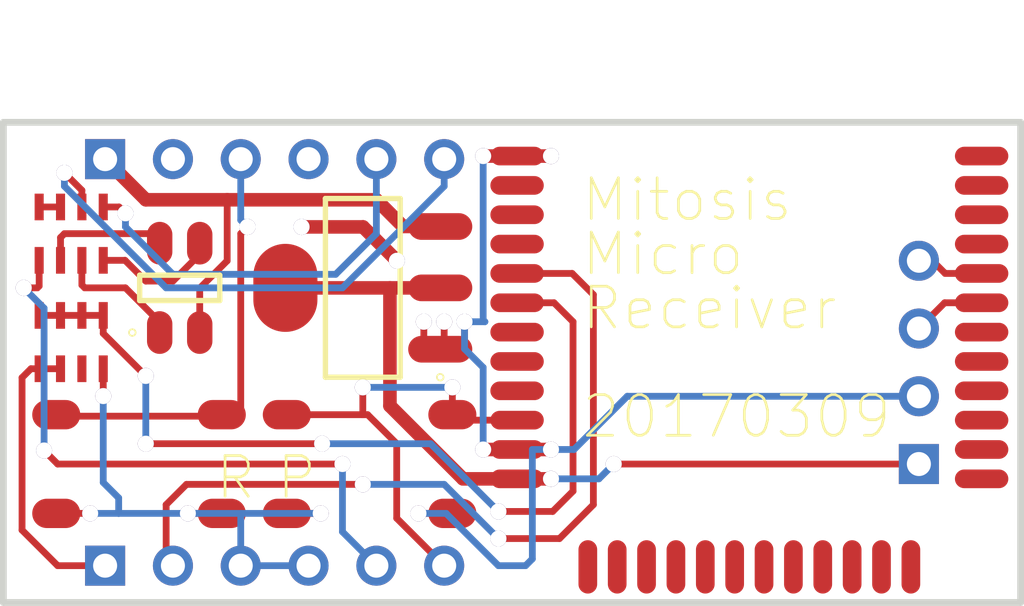
<source format=kicad_pcb>
(kicad_pcb (version 4) (host pcbnew 4.0.6)

  (general
    (links 37)
    (no_connects 3)
    (area 62.737999 -87.867001 101.092001 -69.612999)
    (thickness 1.6)
    (drawings 77)
    (tracks 185)
    (zones 0)
    (modules 10)
    (nets 19)
  )

  (page A4)
  (layers
    (0 F.Cu signal)
    (31 B.Cu signal)
    (32 B.Adhes user)
    (33 F.Adhes user)
    (34 B.Paste user)
    (35 F.Paste user)
    (36 B.SilkS user)
    (37 F.SilkS user)
    (38 B.Mask user)
    (39 F.Mask user)
    (40 Dwgs.User user)
    (41 Cmts.User user)
    (42 Eco1.User user)
    (43 Eco2.User user)
    (44 Edge.Cuts user)
    (45 Margin user)
    (46 B.CrtYd user)
    (47 F.CrtYd user)
    (48 B.Fab user)
    (49 F.Fab user)
  )

  (setup
    (last_trace_width 0.254)
    (trace_clearance 0.254)
    (zone_clearance 0.0144)
    (zone_45_only no)
    (trace_min 0.254)
    (segment_width 0.2)
    (edge_width 0.1)
    (via_size 0.889)
    (via_drill 0.635)
    (via_min_size 0.889)
    (via_min_drill 0.508)
    (uvia_size 0.508)
    (uvia_drill 0.127)
    (uvias_allowed no)
    (uvia_min_size 0.508)
    (uvia_min_drill 0.127)
    (pcb_text_width 0.3)
    (pcb_text_size 1.5 1.5)
    (mod_edge_width 0.15)
    (mod_text_size 1 1)
    (mod_text_width 0.15)
    (pad_size 1.5 1.5)
    (pad_drill 0.6)
    (pad_to_mask_clearance 0)
    (aux_axis_origin 0 0)
    (visible_elements 7FFFF77F)
    (pcbplotparams
      (layerselection 0x00030_80000001)
      (usegerberextensions false)
      (excludeedgelayer true)
      (linewidth 0.100000)
      (plotframeref false)
      (viasonmask false)
      (mode 1)
      (useauxorigin false)
      (hpglpennumber 1)
      (hpglpenspeed 20)
      (hpglpendiameter 15)
      (hpglpenoverlay 2)
      (psnegative false)
      (psa4output false)
      (plotreference true)
      (plotvalue true)
      (plotinvisibletext false)
      (padsonsilk false)
      (subtractmaskfromsilk false)
      (outputformat 1)
      (mirror false)
      (drillshape 0)
      (scaleselection 1)
      (outputdirectory GerberOutput/))
  )

  (net 0 "")
  (net 1 R-A2)
  (net 2 B-A3)
  (net 3 P-D3)
  (net 4 G-D2)
  (net 5 TXO)
  (net 6 TXO_DIV)
  (net 7 NetR2_5)
  (net 8 G)
  (net 9 B)
  (net 10 R)
  (net 11 GND)
  (net 12 SWCLK)
  (net 13 SWDIO)
  (net 14 VCC)
  (net 15 RST)
  (net 16 RXI)
  (net 17 VIN)
  (net 18 5V0)

  (net_class Default "This is the default net class."
    (clearance 0.254)
    (trace_width 0.254)
    (via_dia 0.889)
    (via_drill 0.635)
    (uvia_dia 0.508)
    (uvia_drill 0.127)
    (add_net 5V0)
    (add_net B)
    (add_net B-A3)
    (add_net G)
    (add_net G-D2)
    (add_net GND)
    (add_net NetR2_5)
    (add_net P-D3)
    (add_net R)
    (add_net R-A2)
    (add_net RST)
    (add_net RXI)
    (add_net SWCLK)
    (add_net SWDIO)
    (add_net TXO)
    (add_net TXO_DIV)
    (add_net VCC)
    (add_net VIN)
  )

  (module "Core51822 (B)" (layer F.Cu) (tedit 59C43060) (tstamp 539EEDBF)
    (at 90.805 -92.075)
    (path /539EEC0F)
    (attr smd)
    (fp_text reference U1 (at 0 0) (layer F.SilkS) hide
      (effects (font (thickness 0.05)))
    )
    (fp_text value "NRF51822 (B)" (at 0 0) (layer F.SilkS) hide
      (effects (font (thickness 0.05)))
    )
    (pad 1 smd oval (at -8.7 5.6 270) (size 0.7 2) (layers F.Cu F.Paste F.Mask)
      (net 11 GND))
    (pad 12 smd oval (at -8.7 17.7 270) (size 0.7 2) (layers F.Cu F.Paste F.Mask)
      (net 14 VCC))
    (pad 18 smd oval (at -0.55001 21) (size 0.7 2) (layers F.Cu F.Paste F.Mask))
    (pad 19 smd oval (at 0.55 21) (size 0.7 2) (layers F.Cu F.Paste F.Mask))
    (pad 16 smd oval (at -2.75 21) (size 0.7 2) (layers F.Cu F.Paste F.Mask))
    (pad 4 smd oval (at -8.7 8.9 270) (size 0.7 2) (layers F.Cu F.Paste F.Mask))
    (pad 5 smd oval (at -8.7 10 270) (size 0.7 2) (layers F.Cu F.Paste F.Mask)
      (net 16 RXI))
    (pad 6 smd oval (at -8.7 11.1 270) (size 0.7 2) (layers F.Cu F.Paste F.Mask)
      (net 6 TXO_DIV))
    (pad 7 smd oval (at -8.7 12.2 270) (size 0.7 2) (layers F.Cu F.Paste F.Mask))
    (pad 8 smd oval (at -8.7 13.3 270) (size 0.7 2) (layers F.Cu F.Paste F.Mask))
    (pad 9 smd oval (at -8.7 14.4 270) (size 0.7 2) (layers F.Cu F.Paste F.Mask))
    (pad 11 smd oval (at -8.7 16.6 270) (size 0.7 2) (layers F.Cu F.Paste F.Mask)
      (net 11 GND))
    (pad 13 smd oval (at -6.05001 21) (size 0.7 2) (layers F.Cu F.Paste F.Mask))
    (pad 14 smd oval (at -4.95001 21) (size 0.7 2) (layers F.Cu F.Paste F.Mask))
    (pad 15 smd oval (at -3.85 21) (size 0.7 2) (layers F.Cu F.Paste F.Mask))
    (pad 2 smd oval (at -8.7 6.7 270) (size 0.7 2) (layers F.Cu F.Paste F.Mask))
    (pad 10 smd oval (at -8.7 15.5 270) (size 0.7 2) (layers F.Cu F.Paste F.Mask)
      (net 3 P-D3))
    (pad 3 smd oval (at -8.7 7.8 270) (size 0.7 2) (layers F.Cu F.Paste F.Mask))
    (pad 17 smd oval (at -1.65 21) (size 0.7 2) (layers F.Cu F.Paste F.Mask))
    (pad 35 smd oval (at 8.7 6.7 90) (size 0.7 2) (layers F.Cu F.Paste F.Mask))
    (pad 23 smd oval (at 4.95 21) (size 0.7 2) (layers F.Cu F.Paste F.Mask))
    (pad 24 smd oval (at 6.05 21) (size 0.7 2) (layers F.Cu F.Paste F.Mask))
    (pad 25 smd oval (at 8.7 17.7 90) (size 0.7 2) (layers F.Cu F.Paste F.Mask))
    (pad 26 smd oval (at 8.7 16.6 90) (size 0.7 2) (layers F.Cu F.Paste F.Mask))
    (pad 27 smd oval (at 8.7 15.5 90) (size 0.7 2) (layers F.Cu F.Paste F.Mask))
    (pad 28 smd oval (at 8.7 14.4 90) (size 0.7 2) (layers F.Cu F.Paste F.Mask))
    (pad 30 smd oval (at 8.7 12.2 90) (size 0.7 2) (layers F.Cu F.Paste F.Mask))
    (pad 31 smd oval (at 8.7 11.1 90) (size 0.7 2) (layers F.Cu F.Paste F.Mask)
      (net 13 SWDIO))
    (pad 32 smd oval (at 8.7 10 90) (size 0.7 2) (layers F.Cu F.Paste F.Mask)
      (net 12 SWCLK))
    (pad 33 smd oval (at 8.7 8.9 90) (size 0.7 2) (layers F.Cu F.Paste F.Mask))
    (pad 34 smd oval (at 8.7 7.8 90) (size 0.7 2) (layers F.Cu F.Paste F.Mask))
    (pad 21 smd oval (at 2.75 21) (size 0.7 2) (layers F.Cu F.Paste F.Mask))
    (pad 29 smd oval (at 8.7 13.3 90) (size 0.7 2) (layers F.Cu F.Paste F.Mask))
    (pad 22 smd oval (at 3.85 21) (size 0.7 2) (layers F.Cu F.Paste F.Mask))
    (pad 36 smd oval (at 8.7 5.6 90) (size 0.7 2) (layers F.Cu F.Paste F.Mask))
    (pad 20 smd oval (at 1.64999 21) (size 0.7 2) (layers F.Cu F.Paste F.Mask))
    (model /mnt/d/Projects/github/mitosis-hardware/kicad-mitosis/convert/receiver/wrlshp/AAD19B22-5EE7.wrl
      (at (xyz 0 0 0))
      (scale (xyz 1 1 1))
      (rotate (xyz 0 0 0))
    )
    (model /mnt/d/Projects/github/mitosis-hardware/kicad-mitosis/convert/receiver/wrlshp/E47A1918-6CA1.wrl
      (at (xyz 0 0 0))
      (scale (xyz 1 1 1))
      (rotate (xyz 0 0 0))
    )
  )

  (module HDR1X6 (layer F.Cu) (tedit 59C43052) (tstamp 539EEDBF)
    (at 66.675 -71.12)
    (path /539EEC0F)
    (attr smd)
    (fp_text reference P1 (at 0 0) (layer F.SilkS) hide
      (effects (font (thickness 0.05)))
    )
    (fp_text value "Header, 6-Pin" (at 0 0) (layer F.SilkS) hide
      (effects (font (thickness 0.05)))
    )
    (pad 6 thru_hole circle (at 12.7 0) (size 1.5 1.5) (drill 0.9) (layers *.Cu *.Paste *.Mask)
      (net 3 P-D3))
    (pad 5 thru_hole circle (at 10.16 0) (size 1.5 1.5) (drill 0.9) (layers *.Cu *.Paste *.Mask)
      (net 4 G-D2))
    (pad 4 thru_hole circle (at 7.62 0) (size 1.5 1.5) (drill 0.9) (layers *.Cu *.Paste *.Mask)
      (net 11 GND))
    (pad 3 thru_hole circle (at 5.08 0) (size 1.5 1.5) (drill 0.9) (layers *.Cu *.Paste *.Mask)
      (net 11 GND))
    (pad 2 thru_hole circle (at 2.54 0) (size 1.5 1.5) (drill 0.9) (layers *.Cu *.Paste *.Mask)
      (net 16 RXI))
    (pad 1 thru_hole rect (at 0 0) (size 1.5 1.5) (drill 0.9) (layers *.Cu *.Paste *.Mask)
      (net 5 TXO))
    (model Pin_Headers.3dshapes/Pin_Header_Straight_1x6.wrl
      (at (xyz 0 0 0))
      (scale (xyz 1 1 1))
      (rotate (xyz 0 0 0))
    )
  )

  (module HDR1X4 (layer B.Cu) (tedit 59C4306B) (tstamp 539EEDBF)
    (at 97.155 -74.93)
    (path /539EEC0F)
    (attr smd)
    (fp_text reference P3 (at 0 0) (layer F.SilkS) hide
      (effects (font (thickness 0.05)))
    )
    (fp_text value "Header, 4-Pin" (at 0 0) (layer F.SilkS) hide
      (effects (font (thickness 0.05)))
    )
    (pad 1 thru_hole rect (at 0 0 90) (size 1.5 1.5) (drill 0.9) (layers *.Cu *.Paste *.Mask)
      (net 14 VCC))
    (pad 2 thru_hole circle (at 0 -2.54 90) (size 1.5 1.5) (drill 0.9) (layers *.Cu *.Paste *.Mask)
      (net 11 GND))
    (pad 3 thru_hole circle (at 0 -5.08 90) (size 1.5 1.5) (drill 0.9) (layers *.Cu *.Paste *.Mask)
      (net 13 SWDIO))
    (pad 4 thru_hole circle (at 0 -7.62 90) (size 1.5 1.5) (drill 0.9) (layers *.Cu *.Paste *.Mask)
      (net 12 SWCLK))
    (model Pin_Headers.3dshapes/Pin_Header_Straight_1x4.wrl
      (at (xyz 0 0 0))
      (scale (xyz 1 1 1))
      (rotate (xyz 0 0 0))
    )
  )

  (module PLCC4-RGBLED (layer F.Cu) (tedit 59C43045) (tstamp 539EEDBF)
    (at 69.469 -81.534)
    (path /539EEC0F)
    (attr smd)
    (fp_text reference D1 (at 0 0) (layer F.SilkS) hide
      (effects (font (thickness 0.05)))
    )
    (fp_text value "Tri Colour CA RGB LEDs - CLV1A-FKB" (at 0 0) (layer F.SilkS) hide
      (effects (font (thickness 0.05)))
    )
    (pad 3 smd oval (at 0.75 -1.675 180) (size 0.95 1.6) (layers F.Cu F.Paste F.Mask)
      (net 9 B))
    (pad 4 smd oval (at -0.75 -1.675 180) (size 0.95 1.6) (layers F.Cu F.Paste F.Mask)
      (net 8 G))
    (pad 2 smd oval (at 0.75 1.675 180) (size 0.95 1.6) (layers F.Cu F.Paste F.Mask)
      (net 17 VIN))
    (pad 1 smd oval (at -0.75 1.675 180) (size 0.95 1.6) (layers F.Cu F.Paste F.Mask)
      (net 10 R))
    (model /mnt/d/Projects/github/mitosis-hardware/kicad-mitosis/convert/receiver/wrlshp/74304284-2270.wrl
      (at (xyz 0 0 0))
      (scale (xyz 1 1 1))
      (rotate (xyz 0 0 90))
    )
    (model /mnt/d/Projects/github/mitosis-hardware/kicad-mitosis/convert/receiver/wrlshp/0931E498-A03F.wrl
      (at (xyz 0 0 0))
      (scale (xyz 1 1 1))
      (rotate (xyz 0 0 180))
    )
  )

  (module "1206 quad res" (layer F.Cu) (tedit 59C4304B) (tstamp 539EEDBF)
    (at 65.405 -79.502)
    (path /539EEC0F)
    (attr smd)
    (fp_text reference R1 (at 0 0) (layer F.SilkS) hide
      (effects (font (thickness 0.05)))
    )
    (fp_text value RAVF164DJT100R (at 0 0) (layer F.SilkS) hide
      (effects (font (thickness 0.05)))
    )
    (pad 4 smd rect (at 0.4 1 180) (size 0.34 1) (layers F.Cu F.Paste F.Mask))
    (pad 6 smd rect (at -0.4 1 180) (size 0.34 1) (layers F.Cu F.Paste F.Mask)
      (net 5 TXO))
    (pad 8 smd rect (at -1.2 1 180) (size 0.34 1) (layers F.Cu F.Paste F.Mask)
      (net 5 TXO))
    (pad 2 smd rect (at 1.2 1 180) (size 0.34 1) (layers F.Cu F.Paste F.Mask)
      (net 11 GND))
    (pad 7 smd rect (at -1.2 -1 180) (size 0.34 1) (layers F.Cu F.Paste F.Mask)
      (net 6 TXO_DIV))
    (pad 5 smd rect (at -0.4 -1 180) (size 0.34 1) (layers F.Cu F.Paste F.Mask)
      (net 6 TXO_DIV))
    (pad 3 smd rect (at 0.4 -1 180) (size 0.34 1) (layers F.Cu F.Paste F.Mask)
      (net 6 TXO_DIV))
    (pad 1 smd rect (at 1.2 -1 180) (size 0.34 1) (layers F.Cu F.Paste F.Mask)
      (net 6 TXO_DIV))
    (model /mnt/d/Projects/github/mitosis-hardware/kicad-mitosis/convert/receiver/wrlshp/B1273303-5F75.wrl
      (at (xyz 0 0 0))
      (scale (xyz 1 1 1))
      (rotate (xyz 0 0 0))
    )
  )

  (module "1206 quad res" (layer F.Cu) (tedit 59C43040) (tstamp 539EEDBF)
    (at 65.405 -83.566)
    (path /539EEC0F)
    (attr smd)
    (fp_text reference R2 (at 0 0) (layer F.SilkS) hide
      (effects (font (thickness 0.05)))
    )
    (fp_text value RAVF164DJT100R (at 0 0) (layer F.SilkS) hide
      (effects (font (thickness 0.05)))
    )
    (pad 4 smd rect (at 0.4 1 180) (size 0.34 1) (layers F.Cu F.Paste F.Mask)
      (net 10 R))
    (pad 6 smd rect (at -0.4 1 180) (size 0.34 1) (layers F.Cu F.Paste F.Mask)
      (net 8 G))
    (pad 8 smd rect (at -1.2 1 180) (size 0.34 1) (layers F.Cu F.Paste F.Mask)
      (net 4 G-D2))
    (pad 2 smd rect (at 1.2 1 180) (size 0.34 1) (layers F.Cu F.Paste F.Mask)
      (net 9 B))
    (pad 7 smd rect (at -1.2 -1 180) (size 0.34 1) (layers F.Cu F.Paste F.Mask)
      (net 7 NetR2_5))
    (pad 5 smd rect (at -0.4 -1 180) (size 0.34 1) (layers F.Cu F.Paste F.Mask)
      (net 7 NetR2_5))
    (pad 3 smd rect (at 0.4 -1 180) (size 0.34 1) (layers F.Cu F.Paste F.Mask)
      (net 1 R-A2))
    (pad 1 smd rect (at 1.2 -1 180) (size 0.34 1) (layers F.Cu F.Paste F.Mask)
      (net 2 B-A3))
    (model /mnt/d/Projects/github/mitosis-hardware/kicad-mitosis/convert/receiver/wrlshp/B1273303-5F75.wrl
      (at (xyz 0 0 0))
      (scale (xyz 1 1 1))
      (rotate (xyz 0 0 0))
    )
  )

  (module "TACTILE BUTTON" (layer F.Cu) (tedit 4289BEAB) (tstamp 539EEDBF)
    (at 76.581 -74.93)
    (path /539EEC0F)
    (attr smd)
    (fp_text reference B1 (at 0 0) (layer F.SilkS) hide
      (effects (font (thickness 0.05)))
    )
    (fp_text value "" (at 0 0) (layer F.SilkS)
      (effects (font (thickness 0.05)))
    )
    (pad 2 smd oval (at -3.1 1.85) (size 1.8 1.1) (layers F.Cu F.Paste F.Mask)
      (net 11 GND))
    (pad 2 smd oval (at 3.1 1.85 180) (size 1.8 1.1) (layers F.Cu F.Paste F.Mask)
      (net 11 GND))
    (pad 1 smd oval (at 3.1 -1.85 180) (size 1.8 1.1) (layers F.Cu F.Paste F.Mask)
      (net 3 P-D3))
    (pad 1 smd oval (at -3.1 -1.85) (size 1.8 1.1) (layers F.Cu F.Paste F.Mask)
      (net 3 P-D3))
    (model /mnt/d/Projects/github/mitosis-hardware/kicad-mitosis/convert/receiver/wrlshp/6772C8FB-DBF2.wrl
      (at (xyz 0 0 0))
      (scale (xyz 1 1 1))
      (rotate (xyz 0 0 360))
    )
    (model /mnt/d/Projects/github/mitosis-hardware/kicad-mitosis/convert/receiver/wrlshp/DBC80EE4-D305.wrl
      (at (xyz 0 0 0))
      (scale (xyz 1 1 1))
      (rotate (xyz 0 0 360))
    )
  )

  (module "TACTILE BUTTON" (layer F.Cu) (tedit 4289BEAB) (tstamp 539EEDBF)
    (at 67.945 -74.93)
    (path /539EEC0F)
    (attr smd)
    (fp_text reference B2 (at 0 0) (layer F.SilkS) hide
      (effects (font (thickness 0.05)))
    )
    (fp_text value "" (at 0 0) (layer F.SilkS)
      (effects (font (thickness 0.05)))
    )
    (pad 2 smd oval (at -3.1 1.85) (size 1.8 1.1) (layers F.Cu F.Paste F.Mask)
      (net 11 GND))
    (pad 2 smd oval (at 3.1 1.85 180) (size 1.8 1.1) (layers F.Cu F.Paste F.Mask)
      (net 11 GND))
    (pad 1 smd oval (at 3.1 -1.85 180) (size 1.8 1.1) (layers F.Cu F.Paste F.Mask)
      (net 15 RST))
    (pad 1 smd oval (at -3.1 -1.85) (size 1.8 1.1) (layers F.Cu F.Paste F.Mask)
      (net 15 RST))
    (model /mnt/d/Projects/github/mitosis-hardware/kicad-mitosis/convert/receiver/wrlshp/6772C8FB-DBF2.wrl
      (at (xyz 0 0 0))
      (scale (xyz 1 1 1))
      (rotate (xyz 0 0 0))
    )
    (model /mnt/d/Projects/github/mitosis-hardware/kicad-mitosis/convert/receiver/wrlshp/DBC80EE4-D305.wrl
      (at (xyz 0 0 0))
      (scale (xyz 1 1 1))
      (rotate (xyz 0 0 0))
    )
  )

  (module SOT230P700X180-4N (layer F.Cu) (tedit 4289BEAB) (tstamp 539EEDBF)
    (at 76.327 -81.534)
    (path /539EEC0F)
    (attr smd)
    (fp_text reference U2 (at 0 0) (layer F.SilkS) hide
      (effects (font (thickness 0.05)))
    )
    (fp_text value "" (at 0 0) (layer F.SilkS)
      (effects (font (thickness 0.05)))
    )
    (pad 1 smd oval (at 2.9 2.3 270) (size 1 2.4) (layers F.Cu F.Paste F.Mask)
      (net 11 GND))
    (pad 2 smd oval (at 2.9 0 270) (size 1 2.4) (layers F.Cu F.Paste F.Mask)
      (net 14 VCC))
    (pad 3 smd oval (at 2.9 -2.3 270) (size 1 2.4) (layers F.Cu F.Paste F.Mask)
      (net 17 VIN))
    (pad 4 smd oval (at -2.9 0 270) (size 3.3 2.4) (layers F.Cu F.Paste F.Mask)
      (net 14 VCC))
    (model /mnt/d/Projects/github/mitosis-hardware/kicad-mitosis/convert/receiver/wrlshp/D48F2E74-A137.wrl
      (at (xyz 0 0 0))
      (scale (xyz 1 1 1))
      (rotate (xyz 0 0 0))
    )
  )

  (module HDR1X6 (layer F.Cu) (tedit 59C4303C) (tstamp 539EEDBF)
    (at 66.675 -86.36)
    (path /539EEC0F)
    (attr smd)
    (fp_text reference P2 (at 0 0) (layer F.SilkS) hide
      (effects (font (thickness 0.05)))
    )
    (fp_text value "Header, 6-Pin" (at 0 0) (layer F.SilkS) hide
      (effects (font (thickness 0.05)))
    )
    (pad 6 thru_hole circle (at 12.7 0) (size 1.5 1.5) (drill 0.9) (layers *.Cu *.Paste *.Mask)
      (net 1 R-A2))
    (pad 5 thru_hole circle (at 10.16 0) (size 1.5 1.5) (drill 0.9) (layers *.Cu *.Paste *.Mask)
      (net 2 B-A3))
    (pad 4 thru_hole circle (at 7.62 0) (size 1.5 1.5) (drill 0.9) (layers *.Cu *.Paste *.Mask)
      (net 18 5V0))
    (pad 3 thru_hole circle (at 5.08 0) (size 1.5 1.5) (drill 0.9) (layers *.Cu *.Paste *.Mask)
      (net 15 RST))
    (pad 2 thru_hole circle (at 2.54 0) (size 1.5 1.5) (drill 0.9) (layers *.Cu *.Paste *.Mask)
      (net 11 GND))
    (pad 1 thru_hole rect (at 0 0) (size 1.5 1.5) (drill 0.9) (layers *.Cu *.Paste *.Mask)
      (net 17 VIN))
    (model Pin_Headers.3dshapes/Pin_Header_Straight_1x6.wrl
      (at (xyz 0 0 0))
      (scale (xyz 1 1 1))
      (rotate (xyz 0 0 0))
    )
  )

  (gr_line (start 73.981 -77.53) (end 79.181 -77.53) (angle 90) (layer F.CrtYd) (width 0.2))
  (gr_line (start 79.181 -77.53) (end 79.181 -72.33) (angle 90) (layer F.CrtYd) (width 0.2))
  (gr_line (start 79.181 -72.33) (end 73.981 -72.33) (angle 90) (layer F.CrtYd) (width 0.2))
  (gr_line (start 73.981 -72.33) (end 73.981 -77.53) (angle 90) (layer F.CrtYd) (width 0.2))
  (gr_line (start 75.48973 -73.83223) (end 77.68104 -73.83223) (angle 90) (layer F.CrtYd) (width 0.2))
  (gr_line (start 77.68104 -73.83223) (end 77.68104 -76.02793) (angle 90) (layer F.CrtYd) (width 0.2))
  (gr_line (start 77.68104 -76.02793) (end 75.48973 -76.02793) (angle 90) (layer F.CrtYd) (width 0.2))
  (gr_line (start 75.48973 -76.02793) (end 75.48973 -73.83223) (angle 90) (layer F.CrtYd) (width 0.2))
  (gr_line (start 65.345 -77.53) (end 70.545 -77.53) (angle 90) (layer F.CrtYd) (width 0.2))
  (gr_line (start 70.545 -77.53) (end 70.545 -72.33) (angle 90) (layer F.CrtYd) (width 0.2))
  (gr_line (start 70.545 -72.33) (end 65.345 -72.33) (angle 90) (layer F.CrtYd) (width 0.2))
  (gr_line (start 65.345 -72.33) (end 65.345 -77.53) (angle 90) (layer F.CrtYd) (width 0.2))
  (gr_line (start 66.85373 -73.83223) (end 69.04504 -73.83223) (angle 90) (layer F.CrtYd) (width 0.2))
  (gr_line (start 69.04504 -73.83223) (end 69.04504 -76.02793) (angle 90) (layer F.CrtYd) (width 0.2))
  (gr_line (start 69.04504 -76.02793) (end 66.85373 -76.02793) (angle 90) (layer F.CrtYd) (width 0.2))
  (gr_line (start 66.85373 -76.02793) (end 66.85373 -73.83223) (angle 90) (layer F.CrtYd) (width 0.2))
  (gr_line (start 70.46703 -80.54188) (end 70.46703 -82.534) (angle 90) (layer F.CrtYd) (width 0.2))
  (gr_line (start 70.46703 -82.534) (end 68.47097 -82.534) (angle 90) (layer F.CrtYd) (width 0.2))
  (gr_line (start 68.47097 -82.534) (end 68.47097 -80.54188) (angle 90) (layer F.CrtYd) (width 0.2))
  (gr_line (start 68.47097 -80.54188) (end 70.46703 -80.54188) (angle 90) (layer F.CrtYd) (width 0.2))
  (gr_line (start 67.005 -78.702) (end 63.805 -78.702) (angle 90) (layer F.CrtYd) (width 0.2))
  (gr_line (start 63.805 -78.702) (end 63.805 -80.302) (angle 90) (layer F.CrtYd) (width 0.2))
  (gr_line (start 63.805 -80.302) (end 67.005 -80.302) (angle 90) (layer F.CrtYd) (width 0.2))
  (gr_line (start 67.005 -80.302) (end 67.005 -78.702) (angle 90) (layer F.CrtYd) (width 0.2))
  (gr_line (start 67.005 -82.766) (end 63.805 -82.766) (angle 90) (layer F.CrtYd) (width 0.2))
  (gr_line (start 63.805 -82.766) (end 63.805 -84.366) (angle 90) (layer F.CrtYd) (width 0.2))
  (gr_line (start 63.805 -84.366) (end 67.005 -84.366) (angle 90) (layer F.CrtYd) (width 0.2))
  (gr_line (start 67.005 -84.366) (end 67.005 -82.766) (angle 90) (layer F.CrtYd) (width 0.2))
  (gr_line (start 67.969 -79.834) (end 70.969 -79.834) (angle 90) (layer F.CrtYd) (width 0.2))
  (gr_line (start 70.969 -79.834) (end 70.969 -83.234) (angle 90) (layer F.CrtYd) (width 0.2))
  (gr_line (start 70.969 -83.234) (end 67.969 -83.234) (angle 90) (layer F.CrtYd) (width 0.2))
  (gr_line (start 67.969 -83.234) (end 67.969 -79.834) (angle 90) (layer F.CrtYd) (width 0.2))
  (gr_line (start 78.177 -78.184) (end 78.177 -84.884) (angle 90) (layer F.CrtYd) (width 0.2))
  (gr_line (start 78.177 -84.884) (end 74.477 -84.884) (angle 90) (layer F.CrtYd) (width 0.2))
  (gr_line (start 74.477 -84.884) (end 74.477 -78.184) (angle 90) (layer F.CrtYd) (width 0.2))
  (gr_line (start 74.477 -78.184) (end 78.177 -78.184) (angle 90) (layer F.CrtYd) (width 0.2))
  (gr_line (start 82.305 -92.075) (end 99.305 -92.075) (angle 90) (layer F.CrtYd) (width 0.2))
  (gr_line (start 99.305 -92.075) (end 99.305 -71.275) (angle 90) (layer F.CrtYd) (width 0.2))
  (gr_line (start 99.305 -71.275) (end 82.305 -71.275) (angle 90) (layer F.CrtYd) (width 0.2))
  (gr_line (start 82.305 -71.275) (end 82.305 -92.075) (angle 90) (layer F.CrtYd) (width 0.2))
  (gr_line (start 88.50509 -84.27511) (end 94.50509 -84.27511) (angle 90) (layer F.CrtYd) (width 0.2))
  (gr_line (start 94.50509 -84.27511) (end 94.50509 -78.27511) (angle 90) (layer F.CrtYd) (width 0.2))
  (gr_line (start 94.50509 -78.27511) (end 88.50509 -78.27511) (angle 90) (layer F.CrtYd) (width 0.2))
  (gr_line (start 88.50509 -78.27511) (end 88.50509 -84.27511) (angle 90) (layer F.CrtYd) (width 0.2))
  (gr_arc (start 67.694 -79.859) (end 67.819 -79.859) (angle -360) (layer F.SilkS) (width 0.0625))
  (gr_arc (start 79.227 -78.184) (end 79.352 -78.184) (angle -360) (layer F.SilkS) (width 0.0625))
  (gr_arc (start 68.869 -80.734) (end 69.369 -80.734) (angle -360) (layer Dwgs.User) (width 0.1))
  (gr_line (start 70.969 -81.059) (end 70.969 -82.009) (layer F.SilkS) (width 0.2))
  (gr_line (start 67.969 -81.059) (end 67.969 -82.009) (layer F.SilkS) (width 0.2))
  (gr_line (start 67.969 -82.009) (end 70.969 -82.009) (layer F.SilkS) (width 0.2))
  (gr_line (start 67.969 -81.059) (end 70.969 -81.059) (layer F.SilkS) (width 0.2))
  (gr_line (start 77.727 -78.184) (end 77.727 -84.884) (layer F.SilkS) (width 0.2))
  (gr_line (start 74.927 -78.184) (end 74.927 -84.884) (layer F.SilkS) (width 0.2))
  (gr_line (start 74.927 -78.184) (end 77.727 -78.184) (layer F.SilkS) (width 0.2))
  (gr_line (start 74.927 -84.884) (end 77.727 -84.884) (layer F.SilkS) (width 0.2))
  (gr_line (start 68.969 -81.534) (end 69.969 -81.534) (layer F.CrtYd) (width 0.1))
  (gr_line (start 69.469 -81.034) (end 69.469 -82.034) (layer F.CrtYd) (width 0.1))
  (gr_line (start 71.469 -78.584) (end 71.469 -84.484) (layer F.CrtYd) (width 0.05))
  (gr_line (start 67.469 -78.584) (end 67.469 -84.484) (layer F.CrtYd) (width 0.05))
  (gr_line (start 67.469 -84.484) (end 71.469 -84.484) (layer F.CrtYd) (width 0.05))
  (gr_line (start 67.469 -78.584) (end 71.469 -78.584) (layer F.CrtYd) (width 0.05))
  (gr_line (start 80.677 -77.934) (end 80.677 -85.134) (layer F.CrtYd) (width 0.05))
  (gr_line (start 71.977 -77.934) (end 71.977 -85.134) (layer F.CrtYd) (width 0.05))
  (gr_line (start 71.977 -77.934) (end 80.677 -77.934) (layer F.CrtYd) (width 0.05))
  (gr_line (start 71.977 -85.134) (end 80.677 -85.134) (layer F.CrtYd) (width 0.05))
  (gr_line (start 75.827 -81.534) (end 76.827 -81.534) (layer F.CrtYd) (width 0.1))
  (gr_line (start 76.327 -81.034) (end 76.327 -82.034) (layer F.CrtYd) (width 0.1))
  (gr_line (start 62.865 -69.74) (end 62.865 -87.74) (layer Edge.Cuts) (width 0.254))
  (gr_line (start 62.865 -69.74) (end 100.965 -69.74) (layer Edge.Cuts) (width 0.254))
  (gr_line (start 62.865 -87.74) (end 100.965 -87.74) (layer Edge.Cuts) (width 0.254))
  (gr_line (start 100.965 -69.74) (end 100.965 -87.74) (layer Edge.Cuts) (width 0.254))
  (gr_text P (at 73.025 -74.422) (layer F.SilkS)
    (effects (font (thickness 0.1)) (justify left))
  )
  (gr_text R (at 70.739 -74.422) (layer F.SilkS)
    (effects (font (thickness 0.1)) (justify left))
  )
  (gr_text 20170309 (at 84.455 -76.708) (layer F.SilkS)
    (effects (font (thickness 0.1)) (justify left))
  )
  (gr_text Receiver (at 84.455 -80.772) (layer F.SilkS)
    (effects (font (thickness 0.1)) (justify left))
  )
  (gr_text Micro (at 84.455 -82.804) (layer F.SilkS)
    (effects (font (thickness 0.1)) (justify left))
  )
  (gr_text Mitosis (at 84.455 -84.836) (layer F.SilkS)
    (effects (font (thickness 0.1)) (justify left))
  )

  (via (at 77.605 -82.55) (size 0.6) (layers F.Cu B.Cu) (net 0))
  (via (at 74.033 -83.82) (size 0.6) (layers F.Cu B.Cu) (net 0))
  (segment (start 70.969 -79.834) (end 70.969 -83.234) (width 0.1) (layer Dwgs.User) (net 0))
  (segment (start 67.969 -79.834) (end 67.969 -83.234) (width 0.1) (layer Dwgs.User) (net 0))
  (segment (start 67.969 -83.234) (end 70.969 -83.234) (width 0.1) (layer Dwgs.User) (net 0))
  (segment (start 67.969 -79.834) (end 70.969 -79.834) (width 0.1) (layer Dwgs.User) (net 0))
  (segment (start 78.177 -78.184) (end 78.177 -84.884) (width 0.1) (layer Dwgs.User) (net 0))
  (segment (start 74.477 -78.184) (end 74.477 -84.884) (width 0.1) (layer Dwgs.User) (net 0))
  (segment (start 74.477 -78.184) (end 78.177 -78.184) (width 0.1) (layer Dwgs.User) (net 0))
  (segment (start 74.477 -84.884) (end 78.177 -84.884) (width 0.1) (layer Dwgs.User) (net 0))
  (segment (start 74.033 -83.82) (end 76.335 -83.82) (width 0.508) (layer F.Cu) (net 0))
  (segment (start 76.335 -83.82) (end 77.605 -82.55) (width 0.508) (layer F.Cu) (net 0))
  (via (at 65.151 -85.84518) (size 0.6) (layers F.Cu B.Cu) (net 1))
  (segment (start 65.151 -85.84518) (end 65.805 -85.19118) (width 0.254) (layer F.Cu) (net 1))
  (segment (start 65.805 -84.566) (end 65.805 -85.19118) (width 0.254) (layer F.Cu) (net 1))
  (segment (start 75.565 -81.534) (end 79.375 -85.344) (width 0.254) (layer B.Cu) (net 1))
  (segment (start 68.961 -81.534) (end 75.565 -81.534) (width 0.254) (layer B.Cu) (net 1))
  (segment (start 65.151 -85.344) (end 68.961 -81.534) (width 0.254) (layer B.Cu) (net 1))
  (segment (start 65.151 -85.344) (end 65.151 -85.84518) (width 0.254) (layer B.Cu) (net 1))
  (segment (start 79.375 -85.344) (end 79.375 -86.36) (width 0.254) (layer B.Cu) (net 1))
  (via (at 67.437 -84.328) (size 0.6) (layers F.Cu B.Cu) (net 2))
  (segment (start 67.199 -84.566) (end 67.437 -84.328) (width 0.254) (layer F.Cu) (net 2))
  (segment (start 66.605 -84.566) (end 67.199 -84.566) (width 0.254) (layer F.Cu) (net 2))
  (segment (start 75.311 -82.042) (end 76.835 -83.566) (width 0.254) (layer B.Cu) (net 2))
  (segment (start 69.215 -82.042) (end 75.311 -82.042) (width 0.254) (layer B.Cu) (net 2))
  (segment (start 67.437 -83.82) (end 69.215 -82.042) (width 0.254) (layer B.Cu) (net 2))
  (segment (start 67.437 -83.82) (end 67.437 -84.328) (width 0.254) (layer B.Cu) (net 2))
  (segment (start 76.835 -83.566) (end 76.835 -86.36) (width 0.254) (layer B.Cu) (net 2))
  (via (at 76.327 -77.804) (size 0.6) (layers F.Cu B.Cu) (net 3))
  (via (at 79.681 -77.804) (size 0.6) (layers F.Cu B.Cu) (net 3))
  (segment (start 76.327 -76.78) (end 76.509 -76.78) (width 0.254) (layer F.Cu) (net 3))
  (segment (start 73.481 -76.78) (end 76.327 -76.78) (width 0.254) (layer F.Cu) (net 3))
  (segment (start 76.327 -76.78) (end 76.327 -77.804) (width 0.254) (layer F.Cu) (net 3))
  (segment (start 77.597 -72.898) (end 77.597 -75.692) (width 0.254) (layer F.Cu) (net 3))
  (segment (start 76.509 -76.78) (end 77.597 -75.692) (width 0.254) (layer F.Cu) (net 3))
  (segment (start 79.681 -76.78) (end 79.886 -76.575) (width 0.254) (layer F.Cu) (net 3))
  (segment (start 79.886 -76.575) (end 82.105 -76.575) (width 0.254) (layer F.Cu) (net 3))
  (segment (start 77.597 -72.898) (end 79.375 -71.12) (width 0.254) (layer F.Cu) (net 3))
  (segment (start 79.681 -76.78) (end 79.681 -77.804) (width 0.254) (layer F.Cu) (net 3))
  (segment (start 76.327 -77.804) (end 79.681 -77.804) (width 0.254) (layer B.Cu) (net 3))
  (via (at 75.565 -74.93) (size 0.6) (layers F.Cu B.Cu) (net 4))
  (via (at 63.627 -81.534) (size 0.6) (layers F.Cu B.Cu) (net 4))
  (via (at 64.389 -75.438) (size 0.6) (layers F.Cu B.Cu) (net 4))
  (segment (start 64.897 -74.93) (end 75.565 -74.93) (width 0.254) (layer F.Cu) (net 4))
  (segment (start 64.389 -75.438) (end 64.897 -74.93) (width 0.254) (layer F.Cu) (net 4))
  (segment (start 63.627 -81.534) (end 64.135 -81.534) (width 0.254) (layer F.Cu) (net 4))
  (segment (start 64.135 -81.534) (end 64.205 -81.604) (width 0.254) (layer F.Cu) (net 4))
  (segment (start 64.205 -81.604) (end 64.205 -82.566) (width 0.254) (layer F.Cu) (net 4))
  (segment (start 75.565 -72.39) (end 76.835 -71.12) (width 0.254) (layer B.Cu) (net 4))
  (segment (start 75.565 -72.39) (end 75.565 -74.93) (width 0.254) (layer B.Cu) (net 4))
  (segment (start 64.389 -75.438) (end 64.389 -80.772) (width 0.254) (layer B.Cu) (net 4))
  (segment (start 63.627 -81.534) (end 64.389 -80.772) (width 0.254) (layer B.Cu) (net 4))
  (segment (start 64.205 -78.502) (end 65.005 -78.502) (width 0.254) (layer F.Cu) (net 5))
  (segment (start 63.897 -78.502) (end 64.205 -78.502) (width 0.254) (layer F.Cu) (net 5))
  (segment (start 63.564 -78.169) (end 63.897 -78.502) (width 0.254) (layer F.Cu) (net 5))
  (segment (start 63.564 -72.453) (end 63.564 -78.169) (width 0.254) (layer F.Cu) (net 5))
  (segment (start 63.564 -72.453) (end 64.897 -71.12) (width 0.254) (layer F.Cu) (net 5))
  (segment (start 64.897 -71.12) (end 66.675 -71.12) (width 0.254) (layer F.Cu) (net 5))
  (via (at 81.407 -73.152) (size 0.6) (layers F.Cu B.Cu) (net 6))
  (via (at 74.803 -75.692) (size 0.6) (layers F.Cu B.Cu) (net 6))
  (via (at 68.199 -75.692) (size 0.6) (layers F.Cu B.Cu) (net 6))
  (via (at 68.199 -78.232) (size 0.6) (layers F.Cu B.Cu) (net 6))
  (segment (start 82.105 -80.975) (end 83.49 -80.975) (width 0.254) (layer F.Cu) (net 6))
  (segment (start 83.49 -80.975) (end 84.201 -80.264) (width 0.254) (layer F.Cu) (net 6))
  (segment (start 84.201 -73.914) (end 84.201 -80.264) (width 0.254) (layer F.Cu) (net 6))
  (segment (start 83.439 -73.152) (end 84.201 -73.914) (width 0.254) (layer F.Cu) (net 6))
  (segment (start 81.407 -73.152) (end 83.439 -73.152) (width 0.254) (layer F.Cu) (net 6))
  (segment (start 68.199 -75.692) (end 74.803 -75.692) (width 0.254) (layer F.Cu) (net 6))
  (segment (start 66.605 -79.826) (end 68.199 -78.232) (width 0.254) (layer F.Cu) (net 6))
  (segment (start 66.605 -79.826) (end 66.605 -80.502) (width 0.254) (layer F.Cu) (net 6))
  (segment (start 65.805 -80.502) (end 66.605 -80.502) (width 0.254) (layer F.Cu) (net 6))
  (segment (start 65.005 -80.502) (end 65.805 -80.502) (width 0.254) (layer F.Cu) (net 6))
  (segment (start 64.205 -80.502) (end 65.005 -80.502) (width 0.254) (layer F.Cu) (net 6))
  (segment (start 78.867 -75.692) (end 81.407 -73.152) (width 0.254) (layer B.Cu) (net 6))
  (segment (start 74.803 -75.692) (end 78.867 -75.692) (width 0.254) (layer B.Cu) (net 6))
  (segment (start 68.199 -75.692) (end 68.199 -78.232) (width 0.254) (layer B.Cu) (net 6))
  (segment (start 64.205 -84.566) (end 65.005 -84.566) (width 0.254) (layer F.Cu) (net 7))
  (segment (start 68.362 -83.566) (end 68.719 -83.209) (width 0.254) (layer F.Cu) (net 8))
  (segment (start 65.151 -83.566) (end 68.362 -83.566) (width 0.254) (layer F.Cu) (net 8))
  (segment (start 65.005 -83.42) (end 65.151 -83.566) (width 0.254) (layer F.Cu) (net 8))
  (segment (start 65.005 -82.566) (end 65.005 -83.42) (width 0.254) (layer F.Cu) (net 8))
  (segment (start 70.219 -82.792) (end 70.219 -83.209) (width 0.254) (layer F.Cu) (net 9))
  (segment (start 69.215 -81.788) (end 70.219 -82.792) (width 0.254) (layer F.Cu) (net 9))
  (segment (start 68.199 -81.788) (end 69.215 -81.788) (width 0.254) (layer F.Cu) (net 9))
  (segment (start 67.421 -82.566) (end 68.199 -81.788) (width 0.254) (layer F.Cu) (net 9))
  (segment (start 66.605 -82.566) (end 67.421 -82.566) (width 0.254) (layer F.Cu) (net 9))
  (segment (start 68.719 -79.859) (end 68.719 -80.252) (width 0.254) (layer F.Cu) (net 10))
  (segment (start 67.437 -81.534) (end 68.719 -80.252) (width 0.254) (layer F.Cu) (net 10))
  (segment (start 65.913 -81.534) (end 67.437 -81.534) (width 0.254) (layer F.Cu) (net 10))
  (segment (start 65.805 -81.642) (end 65.913 -81.534) (width 0.254) (layer F.Cu) (net 10))
  (segment (start 65.805 -81.642) (end 65.805 -82.566) (width 0.254) (layer F.Cu) (net 10))
  (via (at 80.835 -75.475) (size 0.6) (layers F.Cu B.Cu) (net 11))
  (via (at 66.605 -77.478) (size 0.6) (layers F.Cu B.Cu) (net 11))
  (via (at 78.613 -80.264) (size 0.6) (layers F.Cu B.Cu) (net 11))
  (via (at 79.375 -80.264) (size 0.6) (layers F.Cu B.Cu) (net 11))
  (via (at 80.137 -80.264) (size 0.6) (layers F.Cu B.Cu) (net 11))
  (via (at 80.835 -86.475) (size 0.6) (layers F.Cu B.Cu) (net 11))
  (via (at 83.375 -86.475) (size 0.6) (layers F.Cu B.Cu) (net 11))
  (via (at 83.375 -75.475) (size 0.6) (layers F.Cu B.Cu) (net 11))
  (via (at 78.411 -73.08) (size 0.6) (layers F.Cu B.Cu) (net 11))
  (via (at 74.751 -73.08) (size 0.6) (layers F.Cu B.Cu) (net 11))
  (via (at 69.775 -73.08) (size 0.6) (layers F.Cu B.Cu) (net 11))
  (via (at 66.115 -73.08) (size 0.6) (layers F.Cu B.Cu) (net 11))
  (segment (start 80.137 -79.234) (end 80.137 -80.264) (width 0.254) (layer F.Cu) (net 11))
  (segment (start 82.105 -86.475) (end 83.375 -86.475) (width 0.508) (layer F.Cu) (net 11))
  (segment (start 80.835 -86.475) (end 82.105 -86.475) (width 0.508) (layer F.Cu) (net 11))
  (segment (start 82.105 -75.475) (end 83.375 -75.475) (width 0.508) (layer F.Cu) (net 11))
  (segment (start 80.835 -75.475) (end 82.105 -75.475) (width 0.508) (layer F.Cu) (net 11))
  (segment (start 66.605 -77.478) (end 66.605 -78.502) (width 0.254) (layer F.Cu) (net 11))
  (segment (start 78.613 -78.994) (end 78.613 -80.264) (width 0.254) (layer F.Cu) (net 11))
  (segment (start 79.375 -78.994) (end 79.375 -80.264) (width 0.254) (layer F.Cu) (net 11))
  (segment (start 78.411 -73.08) (end 79.681 -73.08) (width 0.254) (layer F.Cu) (net 11))
  (segment (start 73.481 -73.08) (end 74.751 -73.08) (width 0.254) (layer F.Cu) (net 11))
  (segment (start 69.775 -73.08) (end 71.045 -73.08) (width 0.254) (layer F.Cu) (net 11))
  (segment (start 64.845 -73.08) (end 66.115 -73.08) (width 0.254) (layer F.Cu) (net 11))
  (segment (start 79.447 -73.08) (end 81.407 -71.12) (width 0.254) (layer B.Cu) (net 11))
  (segment (start 81.407 -71.12) (end 82.423 -71.12) (width 0.254) (layer B.Cu) (net 11))
  (segment (start 82.677 -71.374) (end 82.677 -75.475) (width 0.254) (layer B.Cu) (net 11))
  (segment (start 67.183 -73.08) (end 69.775 -73.08) (width 0.254) (layer B.Cu) (net 11))
  (segment (start 66.115 -73.08) (end 67.183 -73.08) (width 0.254) (layer B.Cu) (net 11))
  (segment (start 67.183 -73.08) (end 67.183 -73.66) (width 0.254) (layer B.Cu) (net 11))
  (segment (start 66.605 -74.238) (end 67.183 -73.66) (width 0.254) (layer B.Cu) (net 11))
  (segment (start 66.605 -74.238) (end 66.605 -77.478) (width 0.254) (layer B.Cu) (net 11))
  (segment (start 80.137 -79.248) (end 80.137 -80.264) (width 0.254) (layer B.Cu) (net 11))
  (segment (start 80.137 -79.248) (end 80.835 -78.55) (width 0.254) (layer B.Cu) (net 11))
  (segment (start 80.835 -75.475) (end 80.835 -78.55) (width 0.254) (layer B.Cu) (net 11))
  (segment (start 80.835 -80.328) (end 80.835 -86.475) (width 0.254) (layer B.Cu) (net 11))
  (segment (start 80.835 -80.328) (end 80.899 -80.264) (width 0.254) (layer B.Cu) (net 11))
  (segment (start 80.137 -80.264) (end 80.899 -80.264) (width 0.254) (layer B.Cu) (net 11))
  (segment (start 86.233 -77.47) (end 97.155 -77.47) (width 0.254) (layer B.Cu) (net 11))
  (segment (start 84.238 -75.475) (end 86.233 -77.47) (width 0.254) (layer B.Cu) (net 11))
  (segment (start 83.375 -75.475) (end 84.238 -75.475) (width 0.254) (layer B.Cu) (net 11))
  (segment (start 82.677 -75.475) (end 83.375 -75.475) (width 0.254) (layer B.Cu) (net 11))
  (segment (start 71.755 -71.12) (end 74.295 -71.12) (width 0.254) (layer B.Cu) (net 11))
  (segment (start 82.423 -71.12) (end 82.677 -71.374) (width 0.254) (layer B.Cu) (net 11))
  (segment (start 78.411 -73.08) (end 79.447 -73.08) (width 0.254) (layer B.Cu) (net 11))
  (segment (start 71.755 -73.08) (end 74.751 -73.08) (width 0.254) (layer B.Cu) (net 11))
  (segment (start 69.775 -73.08) (end 71.755 -73.08) (width 0.254) (layer B.Cu) (net 11))
  (segment (start 71.755 -71.12) (end 71.755 -73.08) (width 0.254) (layer B.Cu) (net 11))
  (segment (start 97.155 -82.55) (end 97.663 -82.55) (width 0.254) (layer F.Cu) (net 12))
  (segment (start 97.663 -82.55) (end 98.138 -82.075) (width 0.254) (layer F.Cu) (net 12))
  (segment (start 98.138 -82.075) (end 99.505 -82.075) (width 0.254) (layer F.Cu) (net 12))
  (segment (start 97.155 -80.01) (end 98.12 -80.975) (width 0.254) (layer F.Cu) (net 13))
  (segment (start 98.12 -80.975) (end 99.505 -80.975) (width 0.254) (layer F.Cu) (net 13))
  (via (at 85.725 -74.93) (size 0.6) (layers F.Cu B.Cu) (net 14))
  (via (at 83.375 -74.375) (size 0.6) (layers F.Cu B.Cu) (net 14))
  (segment (start 85.725 -74.93) (end 97.155 -74.93) (width 0.254) (layer F.Cu) (net 14))
  (segment (start 77.343 -77.11067) (end 77.343 -81.534) (width 0.508) (layer F.Cu) (net 14))
  (segment (start 77.343 -77.11067) (end 80.07867 -74.375) (width 0.508) (layer F.Cu) (net 14))
  (segment (start 80.07867 -74.375) (end 82.105 -74.375) (width 0.508) (layer F.Cu) (net 14))
  (segment (start 73.427 -81.534) (end 79.227 -81.534) (width 0.508) (layer F.Cu) (net 14))
  (segment (start 82.105 -74.375) (end 83.375 -74.375) (width 0.508) (layer F.Cu) (net 14))
  (segment (start 85.17 -74.375) (end 85.725 -74.93) (width 0.254) (layer B.Cu) (net 14))
  (segment (start 83.375 -74.375) (end 85.17 -74.375) (width 0.254) (layer B.Cu) (net 14))
  (via (at 72.009 -83.82) (size 0.6) (layers F.Cu B.Cu) (net 15))
  (segment (start 71.755 -83.566) (end 72.009 -83.82) (width 0.254) (layer F.Cu) (net 15))
  (segment (start 71.755 -76.962) (end 71.755 -83.566) (width 0.254) (layer F.Cu) (net 15))
  (segment (start 71.573 -76.78) (end 71.755 -76.962) (width 0.254) (layer F.Cu) (net 15))
  (segment (start 71.045 -76.78) (end 71.573 -76.78) (width 0.254) (layer F.Cu) (net 15))
  (segment (start 64.901 -76.724) (end 70.989 -76.724) (width 0.254) (layer F.Cu) (net 15))
  (segment (start 70.989 -76.724) (end 71.045 -76.78) (width 0.254) (layer F.Cu) (net 15))
  (segment (start 64.845 -76.78) (end 64.901 -76.724) (width 0.254) (layer F.Cu) (net 15))
  (segment (start 71.755 -84.074) (end 72.009 -83.82) (width 0.254) (layer B.Cu) (net 15))
  (segment (start 71.755 -84.074) (end 71.755 -86.36) (width 0.254) (layer B.Cu) (net 15))
  (via (at 81.407 -72.136) (size 0.6) (layers F.Cu B.Cu) (net 16))
  (via (at 76.327 -74.168) (size 0.6) (layers F.Cu B.Cu) (net 16))
  (segment (start 84.963 -73.406) (end 84.963 -81.28) (width 0.254) (layer F.Cu) (net 16))
  (segment (start 84.168 -82.075) (end 84.963 -81.28) (width 0.254) (layer F.Cu) (net 16))
  (segment (start 82.105 -82.075) (end 84.168 -82.075) (width 0.254) (layer F.Cu) (net 16))
  (segment (start 81.407 -72.136) (end 83.693 -72.136) (width 0.254) (layer F.Cu) (net 16))
  (segment (start 83.693 -72.136) (end 84.963 -73.406) (width 0.254) (layer F.Cu) (net 16))
  (segment (start 69.723 -74.168) (end 76.327 -74.168) (width 0.254) (layer F.Cu) (net 16))
  (segment (start 68.961 -73.406) (end 69.723 -74.168) (width 0.254) (layer F.Cu) (net 16))
  (segment (start 68.961 -71.374) (end 68.961 -73.406) (width 0.254) (layer F.Cu) (net 16))
  (segment (start 68.961 -71.374) (end 69.215 -71.12) (width 0.254) (layer F.Cu) (net 16))
  (segment (start 79.375 -74.168) (end 81.407 -72.136) (width 0.254) (layer B.Cu) (net 16))
  (segment (start 76.327 -74.168) (end 79.375 -74.168) (width 0.254) (layer B.Cu) (net 16))
  (segment (start 71.247 -82.55) (end 71.247 -84.836) (width 0.254) (layer F.Cu) (net 17))
  (segment (start 70.219 -81.522) (end 71.247 -82.55) (width 0.254) (layer F.Cu) (net 17))
  (segment (start 68.199 -84.836) (end 71.247 -84.836) (width 0.508) (layer F.Cu) (net 17))
  (segment (start 77.837 -83.834) (end 79.227 -83.834) (width 0.508) (layer F.Cu) (net 17))
  (segment (start 76.835 -84.836) (end 77.837 -83.834) (width 0.508) (layer F.Cu) (net 17))
  (segment (start 71.247 -84.836) (end 76.835 -84.836) (width 0.508) (layer F.Cu) (net 17))
  (segment (start 70.219 -79.859) (end 70.219 -81.522) (width 0.254) (layer F.Cu) (net 17))
  (segment (start 66.675 -86.36) (end 68.199 -84.836) (width 0.508) (layer F.Cu) (net 17))

  (zone (net 11) (net_name GND) (layer B.Cu) (tstamp 547BA6E6) (hatch edge 0.508)
    (priority 98)
    (connect_pads thru_hole_only (clearance 0.09144))
    (min_thickness 0.253)
    (fill (mode segment) (arc_segments 32) (thermal_gap 0.254) (thermal_bridge_width 0.254))
    (polygon
      (pts
        (xy 63.119 -87.376) (xy 100.711 -87.376) (xy 100.711 -70.104) (xy 63.119 -70.104) (xy 63.119 -87.376)
      )
    )
  )
)

</source>
